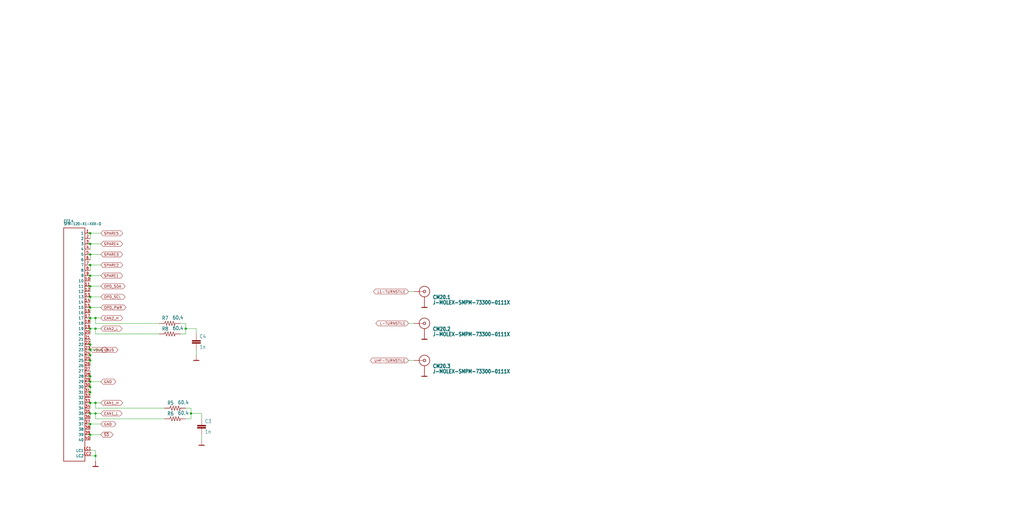
<source format=kicad_sch>
(kicad_sch (version 20211123) (generator eeschema)
  (paper "User" 490.22 254.406)
  (lib_symbols
    (symbol "J-MOLEX-SMPM-73300-0111X_1_1"
      (property "Reference" "CM2.2" (at 3.81 -3.81 0))
      (property "Value" "J-MOLEX-SMPM-73300-0111X_1_1" (at 3.81 -6.35 0))
      (symbol "J-MOLEX-SMPM-73300-0111X_1_1_1_0"
        (polyline (pts (xy -2.54 0) (xy -0.635 0)) (stroke (width 0.1524)))
        (circle (center 0 0) (radius 0.635) (stroke (width 0.254)))
        (circle (center 0 0) (radius 2.54) (stroke (width 0.254)))
        (pin passive line (at 0 -5.08 90) (length 2.54) (name "SHIELD1") (number "GND"))
        (pin passive line (at -5.08 0 0) (length 2.54) (name "RF") (number "RF-DOWN"))
      )
    )
    (symbol "J-MOLEX-SMPM-73300-0111X_1_2"
      (property "Reference" "CM2.2" (at 3.81 -3.81 0))
      (property "Value" "J-MOLEX-SMPM-73300-0111X_1_2" (at 3.81 -6.35 0))
      (symbol "J-MOLEX-SMPM-73300-0111X_1_2_1_0"
        (polyline (pts (xy -2.54 0) (xy -0.635 0)) (stroke (width 0.1524)))
        (circle (center 0 0) (radius 0.635) (stroke (width 0.254)))
        (circle (center 0 0) (radius 2.54) (stroke (width 0.254)))
        (pin passive line (at 0 -5.08 90) (length 2.54) (name "SHIELD1") (number "GND"))
        (pin passive line (at -5.08 0 0) (length 2.54) (name "RF") (number "RF-DOWN"))
      )
    )
    (symbol "oresat-backplane-2u-eagle-import:C-EU0603-C-NOSILK"
      (property "Reference" "C" (at 1.524 0.381 0))
      (property "Value" "C-EU0603-C-NOSILK" (at 1.524 -4.699 0))
      (symbol "C-EU0603-C-NOSILK_1_0"
        (rectangle (start -2.032 -2.032) (end 2.032 -1.524) (fill (type outline)))
        (rectangle (start -2.032 -1.016) (end 2.032 -0.508) (fill (type outline)))
        (polyline (pts (xy 0 -2.54) (xy 0 -2.032)) (stroke (width 0.1524)))
        (polyline (pts (xy 0 0) (xy 0 -0.508)) (stroke (width 0.1524)))
        (pin passive line (at 0 2.54 270) (length 2.54) (name "1") (number "1"))
        (pin passive line (at 0 -5.08 90) (length 2.54) (name "2") (number "2"))
      )
    )
    (symbol "oresat-backplane-2u-eagle-import:GND" (power)
      (symbol "GND_1_0"
        (polyline (pts (xy -1.27 -2.54) (xy 1.27 -2.54)) (stroke (width 0.4064)))
        (pin power_in line (at 0 0 270) (length 2.54) (name "GND") (number "1"))
      )
    )
    (symbol "oresat-backplane-2u-eagle-import:R-US_1206-C"
      (property "Reference" "R" (at -3.81 1.4986 0))
      (property "Value" "R-US_1206-C" (at -3.81 -3.302 0))
      (symbol "R-US_1206-C_1_0"
        (polyline (pts (xy -2.54 0) (xy -2.159 1.016)) (stroke (width 0.2032)))
        (polyline (pts (xy -2.159 1.016) (xy -1.524 -1.016)) (stroke (width 0.2032)))
        (polyline (pts (xy -1.524 -1.016) (xy -0.889 1.016)) (stroke (width 0.2032)))
        (polyline (pts (xy -0.889 1.016) (xy -0.254 -1.016)) (stroke (width 0.2032)))
        (polyline (pts (xy -0.254 -1.016) (xy 0.381 1.016)) (stroke (width 0.2032)))
        (polyline (pts (xy 0.381 1.016) (xy 1.016 -1.016)) (stroke (width 0.2032)))
        (polyline (pts (xy 1.016 -1.016) (xy 1.651 1.016)) (stroke (width 0.2032)))
        (polyline (pts (xy 1.651 1.016) (xy 2.286 -1.016)) (stroke (width 0.2032)))
        (polyline (pts (xy 2.286 -1.016) (xy 2.54 0)) (stroke (width 0.2032)))
        (pin passive line (at -5.08 0 0) (length 2.54) (name "1") (number "1"))
        (pin passive line (at 5.08 0 180) (length 2.54) (name "2") (number "2"))
      )
    )
    (symbol "oresat-backplane-2u-eagle-import:SFM-120-X1-XXX-D"
      (property "Reference" "J" (at -2.54 50.8 0))
      (property "Value" "SFM-120-X1-XXX-D" (at -2.54 49.53 0))
      (symbol "SFM-120-X1-XXX-D_1_0"
        (polyline (pts (xy -2.54 -63.5) (xy -2.54 48.26)) (stroke (width 0.254)))
        (polyline (pts (xy -2.54 48.26) (xy 7.62 48.26)) (stroke (width 0.254)))
        (polyline (pts (xy 7.62 -63.5) (xy -2.54 -63.5)) (stroke (width 0.254)))
        (polyline (pts (xy 7.62 48.26) (xy 7.62 -63.5)) (stroke (width 0.254)))
        (pin passive line (at 10.16 45.72 180) (length 2.54) (name "1") (number "1"))
        (pin passive line (at 10.16 22.86 180) (length 2.54) (name "10") (number "10"))
        (pin passive line (at 10.16 20.32 180) (length 2.54) (name "11") (number "11"))
        (pin passive line (at 10.16 17.78 180) (length 2.54) (name "12") (number "12"))
        (pin passive line (at 10.16 15.24 180) (length 2.54) (name "13") (number "13"))
        (pin passive line (at 10.16 12.7 180) (length 2.54) (name "14") (number "14"))
        (pin passive line (at 10.16 10.16 180) (length 2.54) (name "15") (number "15"))
        (pin passive line (at 10.16 7.62 180) (length 2.54) (name "16") (number "16"))
        (pin passive line (at 10.16 5.08 180) (length 2.54) (name "17") (number "17"))
        (pin passive line (at 10.16 2.54 180) (length 2.54) (name "18") (number "18"))
        (pin passive line (at 10.16 0 180) (length 2.54) (name "19") (number "19"))
        (pin passive line (at 10.16 43.18 180) (length 2.54) (name "2") (number "2"))
        (pin passive line (at 10.16 -2.54 180) (length 2.54) (name "20") (number "20"))
        (pin passive line (at 10.16 -5.08 180) (length 2.54) (name "21") (number "21"))
        (pin passive line (at 10.16 -7.62 180) (length 2.54) (name "22") (number "22"))
        (pin passive line (at 10.16 -10.16 180) (length 2.54) (name "23") (number "23"))
        (pin passive line (at 10.16 -12.7 180) (length 2.54) (name "24") (number "24"))
        (pin passive line (at 10.16 -15.24 180) (length 2.54) (name "25") (number "25"))
        (pin passive line (at 10.16 -17.78 180) (length 2.54) (name "26") (number "26"))
        (pin passive line (at 10.16 -20.32 180) (length 2.54) (name "27") (number "27"))
        (pin passive line (at 10.16 -22.86 180) (length 2.54) (name "28") (number "28"))
        (pin passive line (at 10.16 -25.4 180) (length 2.54) (name "29") (number "29"))
        (pin passive line (at 10.16 40.64 180) (length 2.54) (name "3") (number "3"))
        (pin passive line (at 10.16 -27.94 180) (length 2.54) (name "30") (number "30"))
        (pin passive line (at 10.16 -30.48 180) (length 2.54) (name "31") (number "31"))
        (pin passive line (at 10.16 -33.02 180) (length 2.54) (name "32") (number "32"))
        (pin passive line (at 10.16 -35.56 180) (length 2.54) (name "33") (number "33"))
        (pin passive line (at 10.16 -38.1 180) (length 2.54) (name "34") (number "34"))
        (pin passive line (at 10.16 -40.64 180) (length 2.54) (name "35") (number "35"))
        (pin passive line (at 10.16 -43.18 180) (length 2.54) (name "36") (number "36"))
        (pin passive line (at 10.16 -45.72 180) (length 2.54) (name "37") (number "37"))
        (pin passive line (at 10.16 -48.26 180) (length 2.54) (name "38") (number "38"))
        (pin passive line (at 10.16 -50.8 180) (length 2.54) (name "39") (number "39"))
        (pin passive line (at 10.16 38.1 180) (length 2.54) (name "4") (number "4"))
        (pin passive line (at 10.16 -53.34 180) (length 2.54) (name "40") (number "40"))
        (pin passive line (at 10.16 35.56 180) (length 2.54) (name "5") (number "5"))
        (pin passive line (at 10.16 33.02 180) (length 2.54) (name "6") (number "6"))
        (pin passive line (at 10.16 30.48 180) (length 2.54) (name "7") (number "7"))
        (pin passive line (at 10.16 27.94 180) (length 2.54) (name "8") (number "8"))
        (pin passive line (at 10.16 25.4 180) (length 2.54) (name "9") (number "9"))
        (pin passive line (at 10.16 -58.42 180) (length 2.54) (name "LC1") (number "LC1"))
        (pin passive line (at 10.16 -60.96 180) (length 2.54) (name "LC2") (number "LC2"))
      )
    )
    (symbol "oresat-symbols:J-MOLEX-SMPM-73300-0111X_1"
      (property "Reference" "CM2.2" (at 3.81 -3.81 0))
      (property "Value" "J-MOLEX-SMPM-73300-0111X_1" (at 3.81 -6.35 0))
      (symbol "J-MOLEX-SMPM-73300-0111X_1_1_0"
        (polyline (pts (xy -2.54 0) (xy -0.635 0)) (stroke (width 0.1524)))
        (circle (center 0 0) (radius 0.635) (stroke (width 0.254)))
        (circle (center 0 0) (radius 2.54) (stroke (width 0.254)))
        (pin passive line (at 0 -5.08 90) (length 2.54) (name "SHIELD1") (number "GND"))
        (pin passive line (at -5.08 0 0) (length 2.54) (name "RF") (number "RF-DOWN"))
      )
    )
  )
  (junction (at 43.18 203.2))
  (junction (at 43.18 116.84))
  (junction (at 43.18 170.18))
  (junction (at 43.18 127))
  (junction (at 43.18 165.1))
  (junction (at 91.44 198.12))
  (junction (at 43.18 132.08))
  (junction (at 43.18 182.88))
  (junction (at 43.18 137.16))
  (junction (at 43.18 147.32))
  (junction (at 43.18 167.64))
  (junction (at 43.18 152.4))
  (junction (at 43.18 193.04))
  (junction (at 43.18 187.96))
  (junction (at 45.72 152.4))
  (junction (at 43.18 180.34))
  (junction (at 45.72 218.44))
  (junction (at 43.18 198.12))
  (junction (at 45.72 198.12))
  (junction (at 43.18 157.48))
  (junction (at 43.18 121.92))
  (junction (at 43.18 185.42))
  (junction (at 88.9 157.48))
  (junction (at 43.18 142.24))
  (junction (at 43.18 111.76))
  (junction (at 45.72 157.48))
  (junction (at 43.18 172.72))
  (junction (at 43.18 208.28))
  (junction (at 45.72 193.04))
  (wire (pts (xy 45.72 215.9) (xy 45.72 218.44)))
  (wire (pts (xy 91.44 195.58) (xy 91.44 198.12)))
  (wire (pts (xy 43.18 182.88) (xy 43.18 180.34)))
  (wire (pts (xy 43.18 121.92) (xy 43.18 124.46)))
  (wire (pts (xy 43.18 127) (xy 43.18 129.54)))
  (wire (pts (xy 45.72 200.66) (xy 45.72 198.12)))
  (wire (pts (xy 43.18 218.44) (xy 45.72 218.44)))
  (wire (pts (xy 43.18 167.64) (xy 43.18 165.1)))
  (wire (pts (xy 43.18 152.4) (xy 43.18 154.94)))
  (wire (pts (xy 91.44 198.12) (xy 91.44 200.66)))
  (wire (pts (xy 48.26 147.32) (xy 43.18 147.32)))
  (wire (pts (xy 43.18 203.2) (xy 43.18 205.74)))
  (wire (pts (xy 86.36 154.94) (xy 88.9 154.94)))
  (wire (pts (xy 45.72 154.94) (xy 76.2 154.94)))
  (wire (pts (xy 45.72 195.58) (xy 45.72 193.04)))
  (wire (pts (xy 43.18 147.32) (xy 43.18 149.86)))
  (wire (pts (xy 45.72 152.4) (xy 43.18 152.4)))
  (wire (pts (xy 93.98 167.64) (xy 93.98 170.18)))
  (wire (pts (xy 88.9 160.02) (xy 86.36 160.02)))
  (wire (pts (xy 88.9 157.48) (xy 93.98 157.48)))
  (wire (pts (xy 45.72 157.48) (xy 43.18 157.48)))
  (wire (pts (xy 48.26 182.88) (xy 43.18 182.88)))
  (wire (pts (xy 43.18 142.24) (xy 43.18 144.78)))
  (wire (pts (xy 48.26 157.48) (xy 45.72 157.48)))
  (wire (pts (xy 43.18 198.12) (xy 43.18 200.66)))
  (wire (pts (xy 43.18 132.08) (xy 43.18 134.62)))
  (wire (pts (xy 91.44 200.66) (xy 88.9 200.66)))
  (wire (pts (xy 48.26 132.08) (xy 43.18 132.08)))
  (wire (pts (xy 43.18 172.72) (xy 43.18 175.26)))
  (wire (pts (xy 96.52 208.28) (xy 96.52 210.82)))
  (wire (pts (xy 43.18 215.9) (xy 45.72 215.9)))
  (wire (pts (xy 48.26 152.4) (xy 45.72 152.4)))
  (wire (pts (xy 48.26 203.2) (xy 43.18 203.2)))
  (wire (pts (xy 43.18 116.84) (xy 48.26 116.84)))
  (wire (pts (xy 43.18 185.42) (xy 43.18 187.96)))
  (wire (pts (xy 48.26 193.04) (xy 45.72 193.04)))
  (wire (pts (xy 43.18 182.88) (xy 43.18 185.42)))
  (wire (pts (xy 91.44 198.12) (xy 96.52 198.12)))
  (wire (pts (xy 88.9 157.48) (xy 88.9 160.02)))
  (wire (pts (xy 43.18 180.34) (xy 43.18 177.8)))
  (wire (pts (xy 43.18 137.16) (xy 43.18 139.7)))
  (wire (pts (xy 48.26 167.64) (xy 43.18 167.64)))
  (wire (pts (xy 43.18 172.72) (xy 43.18 170.18)))
  (wire (pts (xy 96.52 200.66) (xy 96.52 198.12)))
  (wire (pts (xy 43.18 165.1) (xy 43.18 162.56)))
  (wire (pts (xy 198.12 172.72) (xy 195.58 172.72)))
  (wire (pts (xy 48.26 127) (xy 43.18 127)))
  (wire (pts (xy 45.72 160.02) (xy 45.72 157.48)))
  (wire (pts (xy 198.12 154.94) (xy 195.58 154.94)))
  (wire (pts (xy 48.26 208.28) (xy 43.18 208.28)))
  (wire (pts (xy 48.26 142.24) (xy 43.18 142.24)))
  (wire (pts (xy 48.26 198.12) (xy 45.72 198.12)))
  (wire (pts (xy 43.18 170.18) (xy 43.18 167.64)))
  (wire (pts (xy 45.72 198.12) (xy 43.18 198.12)))
  (wire (pts (xy 48.26 137.16) (xy 43.18 137.16)))
  (wire (pts (xy 88.9 154.94) (xy 88.9 157.48)))
  (wire (pts (xy 45.72 160.02) (xy 76.2 160.02)))
  (wire (pts (xy 78.74 200.66) (xy 45.72 200.66)))
  (wire (pts (xy 45.72 154.94) (xy 45.72 152.4)))
  (wire (pts (xy 198.12 139.7) (xy 195.58 139.7)))
  (wire (pts (xy 43.18 208.28) (xy 43.18 210.82)))
  (wire (pts (xy 43.18 121.92) (xy 48.26 121.92)))
  (wire (pts (xy 43.18 193.04) (xy 43.18 195.58)))
  (wire (pts (xy 93.98 157.48) (xy 93.98 160.02)))
  (wire (pts (xy 43.18 157.48) (xy 43.18 160.02)))
  (wire (pts (xy 43.18 111.76) (xy 43.18 114.3)))
  (wire (pts (xy 43.18 111.76) (xy 48.26 111.76)))
  (wire (pts (xy 45.72 218.44) (xy 45.72 220.98)))
  (wire (pts (xy 45.72 193.04) (xy 43.18 193.04)))
  (wire (pts (xy 88.9 195.58) (xy 91.44 195.58)))
  (wire (pts (xy 43.18 187.96) (xy 43.18 190.5)))
  (wire (pts (xy 78.74 195.58) (xy 45.72 195.58)))
  (wire (pts (xy 43.18 116.84) (xy 43.18 119.38)))
  (global_label "SPARE4" (shape bidirectional) (at 48.26 116.84 0) (effects (font (size 1.2446 1.2446))) (property "Intersheet References" "${INTERSHEET_REFS}" (effects hide)))
  (global_label "GND" (shape bidirectional) (at 48.26 182.88 0) (effects (font (size 1.2446 1.2446))) (property "Intersheet References" "${INTERSHEET_REFS}" (effects hide)))
  (global_label "OPD_PWR" (shape bidirectional) (at 48.26 147.32 0) (effects (font (size 1.2446 1.2446))) (property "Intersheet References" "${INTERSHEET_REFS}" (effects hide)))
  (global_label "CAN1_L" (shape bidirectional) (at 48.26 198.12 0) (effects (font (size 1.2446 1.2446))) (property "Intersheet References" "${INTERSHEET_REFS}" (effects hide)))
  (global_label "VBUS" (shape bidirectional) (at 48.26 167.64 0) (effects (font (size 1.2446 1.2446))) (property "Intersheet References" "${INTERSHEET_REFS}" (effects hide)))
  (global_label "~{SD}" (shape bidirectional) (at 48.26 208.28 0) (effects (font (size 1.2446 1.2446))) (property "Intersheet References" "${INTERSHEET_REFS}" (effects hide)))
  (global_label "OPD_SCL" (shape bidirectional) (at 48.26 142.24 0) (effects (font (size 1.2446 1.2446))) (property "Intersheet References" "${INTERSHEET_REFS}" (effects hide)))
  (global_label "SPARE2" (shape bidirectional) (at 48.26 127 0) (effects (font (size 1.2446 1.2446))) (property "Intersheet References" "${INTERSHEET_REFS}" (effects hide)))
  (global_label "L-TURNSTILE" (shape bidirectional) (at 195.58 154.94 180) (effects (font (size 1.2446 1.2446))) (property "Intersheet References" "${INTERSHEET_REFS}" (effects hide)))
  (global_label "SPARE1" (shape bidirectional) (at 48.26 132.08 0) (effects (font (size 1.2446 1.2446))) (property "Intersheet References" "${INTERSHEET_REFS}" (effects hide)))
  (global_label "CAN2_H" (shape bidirectional) (at 48.26 152.4 0) (effects (font (size 1.2446 1.2446))) (property "Intersheet References" "${INTERSHEET_REFS}" (effects hide)))
  (global_label "VBUS" (shape bidirectional) (at 43.18 167.64 0) (effects (font (size 1.2446 1.2446))) (property "Intersheet References" "${INTERSHEET_REFS}" (effects hide)))
  (global_label "UHF-TURNSTILE" (shape bidirectional) (at 195.58 172.72 180) (effects (font (size 1.2446 1.2446))) (property "Intersheet References" "${INTERSHEET_REFS}" (effects hide)))
  (global_label "CAN1_H" (shape bidirectional) (at 48.26 193.04 0) (effects (font (size 1.2446 1.2446))) (property "Intersheet References" "${INTERSHEET_REFS}" (effects hide)))
  (global_label "CAN2_L" (shape bidirectional) (at 48.26 157.48 0) (effects (font (size 1.2446 1.2446))) (property "Intersheet References" "${INTERSHEET_REFS}" (effects hide)))
  (global_label "SPARE3" (shape bidirectional) (at 48.26 121.92 0) (effects (font (size 1.2446 1.2446))) (property "Intersheet References" "${INTERSHEET_REFS}" (effects hide)))
  (global_label "GND" (shape bidirectional) (at 48.26 203.2 0) (effects (font (size 1.2446 1.2446))) (property "Intersheet References" "${INTERSHEET_REFS}" (effects hide)))
  (global_label "L1-TURNSTILE" (shape bidirectional) (at 195.58 139.7 180) (effects (font (size 1.2446 1.2446))) (property "Intersheet References" "${INTERSHEET_REFS}" (effects hide)))
  (global_label "SPARE5" (shape bidirectional) (at 48.26 111.76 0) (effects (font (size 1.2446 1.2446))) (property "Intersheet References" "${INTERSHEET_REFS}" (effects hide)))
  (global_label "OPD_SDA" (shape bidirectional) (at 48.26 137.16 0) (effects (font (size 1.2446 1.2446))) (property "Intersheet References" "${INTERSHEET_REFS}" (effects hide)))
  (symbol (lib_id "oresat-backplane-2u-eagle-import:R-US_1206-C") (at 81.28 154.94 0) (unit 1)
    (property "Reference" "R7" (at 77.47 153.4414 0) (effects (font (size 1.778 1.5113)) (justify left bottom)))
    (property "Value" "60.4" (at 82.55 153.162 0) (effects (font (size 1.778 1.5113)) (justify left bottom)))
    (property "Footprint" "oresat-backplane-2u:1206-C" (effects hide))
  )
  (symbol (lib_id "oresat-backplane-2u-eagle-import:C-EU0603-C-NOSILK") (at 96.52 203.2 0) (unit 1)
    (property "Reference" "C3" (at 98.044 202.819 0) (effects (font (size 1.778 1.5113)) (justify left bottom)))
    (property "Value" "1n" (at 98.044 207.899 0) (effects (font (size 1.778 1.5113)) (justify left bottom)))
    (property "Footprint" "oresat-backplane-2u:.0603-C-NOSILK" (effects hide))
  )
  (symbol (lib_name "J-MOLEX-SMPM-73300-0111X_1_1") (lib_id "oresat-symbols:J-MOLEX-SMPM-73300-0111X_1") (at 203.2 139.7 0) (unit 1)
    (property "Reference" "CM20.1" (at 207.01 143.51 0) (effects (font (size 1.778 1.5113) bold) (justify left bottom)))
    (property "Value" "J-MOLEX-SMPM-73300-0111X" (at 207.01 146.05 0) (effects (font (size 1.778 1.5113) bold) (justify left bottom)))
    (property "Footprint" "oresat-footprints:J-MOLEX-SMPM-73300-0111X-long" (effects hide))
  )
  (symbol (lib_id "oresat-backplane-2u-eagle-import:GND") (at 203.2 144.78 0) (unit 1)
    (property "Reference" "#GND06" (effects hide))
    (property "Value" "GND" (effects hide))
    (property "Footprint" "oresat-backplane-2u:" (effects hide))
  )
  (symbol (lib_id "oresat-backplane-2u-eagle-import:GND") (at 203.2 177.8 0) (unit 1)
    (property "Reference" "#GND01" (effects hide))
    (property "Value" "GND" (effects hide))
    (property "Footprint" "oresat-backplane-2u:" (effects hide))
  )
  (symbol (lib_id "oresat-symbols:J-MOLEX-SMPM-73300-0111X_1") (at 203.2 154.94 0) (unit 1)
    (property "Reference" "CM20.2" (at 207.01 158.75 0) (effects (font (size 1.778 1.5113) bold) (justify left bottom)))
    (property "Value" "J-MOLEX-SMPM-73300-0111X" (at 207.01 161.29 0) (effects (font (size 1.778 1.5113) bold) (justify left bottom)))
    (property "Footprint" "oresat-footprints:J-MOLEX-SMPM-73300-0111X-long" (effects hide))
  )
  (symbol (lib_id "oresat-backplane-2u-eagle-import:R-US_1206-C") (at 81.28 160.02 0) (unit 1)
    (property "Reference" "R8" (at 77.47 158.5214 0) (effects (font (size 1.778 1.5113)) (justify left bottom)))
    (property "Value" "60.4" (at 82.55 158.242 0) (effects (font (size 1.778 1.5113)) (justify left bottom)))
    (property "Footprint" "oresat-backplane-2u:1206-C" (effects hide))
  )
  (symbol (lib_id "oresat-backplane-2u-eagle-import:SFM-120-X1-XXX-D") (at 33.02 157.48 0) (unit 1)
    (property "Reference" "CF2.4" (at 30.48 106.68 0) (effects (font (size 1.27 1.0795)) (justify left bottom)))
    (property "Value" "SFM-120-X1-XXX-D" (at 30.48 107.95 0) (effects (font (size 1.27 1.0795)) (justify left bottom)))
    (property "Footprint" "oresat-backplane-2u:SFM-120-X1-XXX-D" (effects hide))
  )
  (symbol (lib_id "oresat-backplane-2u-eagle-import:GND") (at 96.52 210.82 0) (unit 1)
    (property "Reference" "#GND020" (effects hide))
    (property "Value" "GND" (effects hide))
    (property "Footprint" "oresat-backplane-2u:" (effects hide))
  )
  (symbol (lib_name "J-MOLEX-SMPM-73300-0111X_1_2") (lib_id "oresat-symbols:J-MOLEX-SMPM-73300-0111X_1") (at 203.2 172.72 0) (unit 1)
    (property "Reference" "CM20.3" (at 207.01 176.53 0) (effects (font (size 1.778 1.5113) bold) (justify left bottom)))
    (property "Value" "J-MOLEX-SMPM-73300-0111X" (at 207.01 179.07 0) (effects (font (size 1.778 1.5113) bold) (justify left bottom)))
    (property "Footprint" "oresat-footprints:J-MOLEX-SMPM-73300-0111X-long" (effects hide))
  )
  (symbol (lib_id "oresat-backplane-2u-eagle-import:GND") (at 45.72 220.98 0) (unit 1)
    (property "Reference" "#GND03" (effects hide))
    (property "Value" "GND" (effects hide))
    (property "Footprint" "oresat-backplane-2u:" (effects hide))
  )
  (symbol (lib_id "oresat-backplane-2u-eagle-import:R-US_1206-C") (at 83.82 200.66 0) (unit 1)
    (property "Reference" "R6" (at 80.01 199.1614 0) (effects (font (size 1.778 1.5113)) (justify left bottom)))
    (property "Value" "60.4" (at 85.09 198.882 0) (effects (font (size 1.778 1.5113)) (justify left bottom)))
    (property "Footprint" "oresat-backplane-2u:1206-C" (effects hide))
  )
  (symbol (lib_id "oresat-backplane-2u-eagle-import:GND") (at 203.2 160.02 0) (unit 1)
    (property "Reference" "#GND05" (effects hide))
    (property "Value" "GND" (effects hide))
    (property "Footprint" "oresat-backplane-2u:" (effects hide))
  )
  (symbol (lib_id "oresat-backplane-2u-eagle-import:GND") (at 93.98 170.18 0) (unit 1)
    (property "Reference" "#GND018" (effects hide))
    (property "Value" "GND" (effects hide))
    (property "Footprint" "oresat-backplane-2u:" (effects hide))
  )
  (symbol (lib_id "oresat-backplane-2u-eagle-import:C-EU0603-C-NOSILK") (at 93.98 162.56 0) (unit 1)
    (property "Reference" "C4" (at 95.504 162.179 0) (effects (font (size 1.778 1.5113)) (justify left bottom)))
    (property "Value" "1n" (at 95.504 167.259 0) (effects (font (size 1.778 1.5113)) (justify left bottom)))
    (property "Footprint" "oresat-backplane-2u:.0603-C-NOSILK" (effects hide))
  )
  (symbol (lib_id "oresat-backplane-2u-eagle-import:R-US_1206-C") (at 83.82 195.58 0) (unit 1)
    (property "Reference" "R5" (at 80.01 194.0814 0) (effects (font (size 1.778 1.5113)) (justify left bottom)))
    (property "Value" "60.4" (at 85.09 193.802 0) (effects (font (size 1.778 1.5113)) (justify left bottom)))
    (property "Footprint" "oresat-backplane-2u:1206-C" (effects hide))
  )
)
</source>
